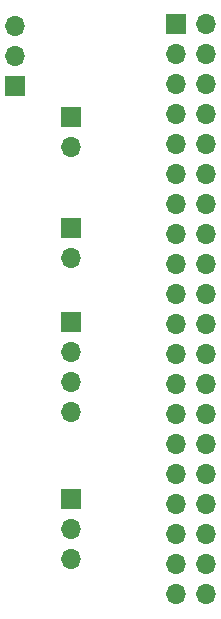
<source format=gts>
%TF.GenerationSoftware,KiCad,Pcbnew,7.0.2-6a45011f42~172~ubuntu20.04.1*%
%TF.CreationDate,2023-04-23T14:48:57-04:00*%
%TF.ProjectId,RPiHeaderAdapter,52506948-6561-4646-9572-416461707465,rev?*%
%TF.SameCoordinates,Original*%
%TF.FileFunction,Soldermask,Top*%
%TF.FilePolarity,Negative*%
%FSLAX46Y46*%
G04 Gerber Fmt 4.6, Leading zero omitted, Abs format (unit mm)*
G04 Created by KiCad (PCBNEW 7.0.2-6a45011f42~172~ubuntu20.04.1) date 2023-04-23 14:48:57*
%MOMM*%
%LPD*%
G01*
G04 APERTURE LIST*
%ADD10R,1.700000X1.700000*%
%ADD11O,1.700000X1.700000*%
G04 APERTURE END LIST*
D10*
X134874000Y-75935600D03*
D11*
X134874000Y-78475600D03*
D10*
X134797800Y-98871800D03*
D11*
X134797800Y-101411800D03*
X134797800Y-103951800D03*
D10*
X134797800Y-83845000D03*
D11*
X134797800Y-86385000D03*
X134797800Y-88925000D03*
X134797800Y-91465000D03*
D10*
X130124200Y-63881000D03*
D11*
X130124200Y-61341000D03*
X130124200Y-58801000D03*
D10*
X134797800Y-66532600D03*
D11*
X134797800Y-69072600D03*
D10*
X143738600Y-58648600D03*
D11*
X146278600Y-58648600D03*
X143738600Y-61188600D03*
X146278600Y-61188600D03*
X143738600Y-63728600D03*
X146278600Y-63728600D03*
X143738600Y-66268600D03*
X146278600Y-66268600D03*
X143738600Y-68808600D03*
X146278600Y-68808600D03*
X143738600Y-71348600D03*
X146278600Y-71348600D03*
X143738600Y-73888600D03*
X146278600Y-73888600D03*
X143738600Y-76428600D03*
X146278600Y-76428600D03*
X143738600Y-78968600D03*
X146278600Y-78968600D03*
X143738600Y-81508600D03*
X146278600Y-81508600D03*
X143738600Y-84048600D03*
X146278600Y-84048600D03*
X143738600Y-86588600D03*
X146278600Y-86588600D03*
X143738600Y-89128600D03*
X146278600Y-89128600D03*
X143738600Y-91668600D03*
X146278600Y-91668600D03*
X143738600Y-94208600D03*
X146278600Y-94208600D03*
X143738600Y-96748600D03*
X146278600Y-96748600D03*
X143738600Y-99288600D03*
X146278600Y-99288600D03*
X143738600Y-101828600D03*
X146278600Y-101828600D03*
X143738600Y-104368600D03*
X146278600Y-104368600D03*
X143738600Y-106908600D03*
X146278600Y-106908600D03*
M02*

</source>
